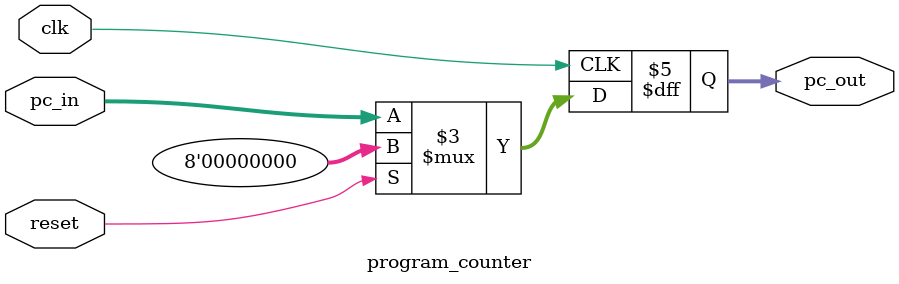
<source format=v>
`timescale 1ns / 1ps
module program_counter(output reg [7:0] pc_out,
							  input [7:0] pc_in, 
							  input reset, clk);

always @(posedge clk)
begin

	if(reset)
	begin
	
		pc_out <= 8'b0;
		
	end

	else
	begin
	
		pc_out <= pc_in;
		
	end
end
endmodule
</source>
